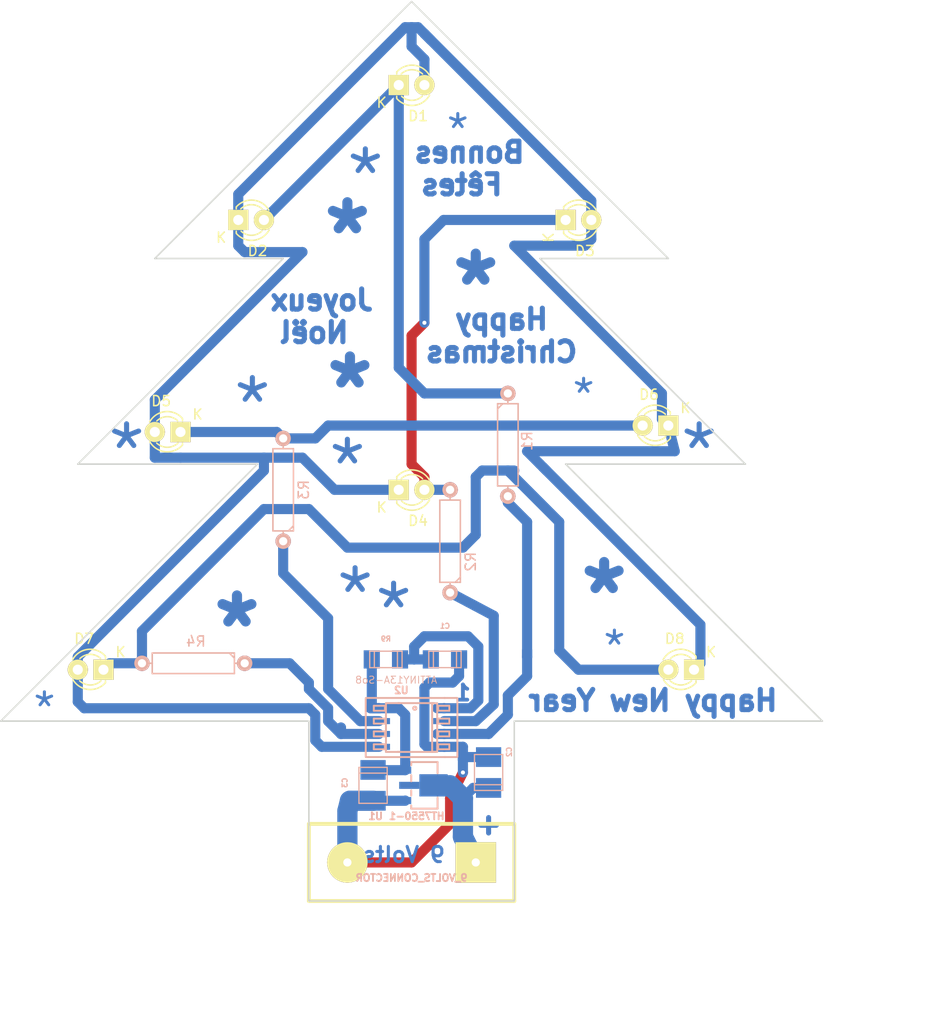
<source format=kicad_pcb>
(kicad_pcb (version 4) (host pcbnew 4.0.1-stable)

  (general
    (links 33)
    (no_connects 1)
    (area 65.964999 32.944999 162.94 136.045705)
    (thickness 1.6)
    (drawings 42)
    (tracks 161)
    (zones 0)
    (modules 19)
    (nets 14)
  )

  (page A4)
  (layers
    (0 F.Cu signal)
    (31 B.Cu signal)
    (32 B.Adhes user)
    (33 F.Adhes user)
    (34 B.Paste user)
    (35 F.Paste user)
    (36 B.SilkS user)
    (37 F.SilkS user)
    (38 B.Mask user)
    (39 F.Mask user)
    (40 Dwgs.User user)
    (41 Cmts.User user)
    (42 Eco1.User user)
    (43 Eco2.User user)
    (44 Edge.Cuts user)
    (45 Margin user)
    (46 B.CrtYd user)
    (47 F.CrtYd user)
    (48 B.Fab user)
    (49 F.Fab user)
  )

  (setup
    (last_trace_width 0.25)
    (user_trace_width 0.5)
    (user_trace_width 0.6)
    (user_trace_width 0.8)
    (user_trace_width 1)
    (user_trace_width 2)
    (trace_clearance 0.2)
    (zone_clearance 0.508)
    (zone_45_only no)
    (trace_min 0.2)
    (segment_width 0.2)
    (edge_width 0.15)
    (via_size 0.6)
    (via_drill 0.4)
    (via_min_size 0.4)
    (via_min_drill 0.3)
    (uvia_size 0.3)
    (uvia_drill 0.1)
    (uvias_allowed no)
    (uvia_min_size 0.2)
    (uvia_min_drill 0.1)
    (pcb_text_width 0.3)
    (pcb_text_size 1.5 1.5)
    (mod_edge_width 0.15)
    (mod_text_size 1 1)
    (mod_text_width 0.15)
    (pad_size 1.524 1.524)
    (pad_drill 0.762)
    (pad_to_mask_clearance 0.2)
    (aux_axis_origin 0 0)
    (visible_elements 7FFFFFFF)
    (pcbplotparams
      (layerselection 0x010ff_80000001)
      (usegerberextensions true)
      (excludeedgelayer true)
      (linewidth 0.100000)
      (plotframeref false)
      (viasonmask false)
      (mode 1)
      (useauxorigin false)
      (hpglpennumber 1)
      (hpglpenspeed 20)
      (hpglpendiameter 15)
      (hpglpenoverlay 2)
      (psnegative false)
      (psa4output false)
      (plotreference true)
      (plotvalue true)
      (plotinvisibletext false)
      (padsonsilk false)
      (subtractmaskfromsilk false)
      (outputformat 1)
      (mirror false)
      (drillshape 0)
      (scaleselection 1)
      (outputdirectory ""))
  )

  (net 0 "")
  (net 1 GND)
  (net 2 "Net-(C1-Pad2)")
  (net 3 "Net-(D1-Pad2)")
  (net 4 "Net-(D1-Pad1)")
  (net 5 "Net-(D3-Pad1)")
  (net 6 "Net-(D5-Pad1)")
  (net 7 "Net-(D7-Pad1)")
  (net 8 "Net-(IC1-Pad2)")
  (net 9 "Net-(IC1-Pad3)")
  (net 10 "Net-(IC1-Pad6)")
  (net 11 "Net-(IC1-Pad7)")
  (net 12 "Net-(C2-Pad1)")
  (net 13 "Net-(C3-Pad1)")

  (net_class Default "Ceci est la Netclass par défaut"
    (clearance 0.2)
    (trace_width 0.25)
    (via_dia 0.6)
    (via_drill 0.4)
    (uvia_dia 0.3)
    (uvia_drill 0.1)
    (add_net GND)
    (add_net "Net-(C1-Pad2)")
    (add_net "Net-(C2-Pad1)")
    (add_net "Net-(C3-Pad1)")
    (add_net "Net-(D1-Pad1)")
    (add_net "Net-(D1-Pad2)")
    (add_net "Net-(D3-Pad1)")
    (add_net "Net-(D5-Pad1)")
    (add_net "Net-(D7-Pad1)")
    (add_net "Net-(IC1-Pad2)")
    (add_net "Net-(IC1-Pad3)")
    (add_net "Net-(IC1-Pad6)")
    (add_net "Net-(IC1-Pad7)")
  )

  (module ATtiny13:ATtiny13 (layer B.Cu) (tedit 5639271B) (tstamp 563526F5)
    (at 106.045 104.775 270)
    (descr "SMALL OUTLINE INTEGRATED CIRCUIT")
    (tags "SMALL OUTLINE INTEGRATED CIRCUIT")
    (path /52BED7E9)
    (attr smd)
    (fp_text reference "" (at -3.81 1.27 360) (layer B.SilkS)
      (effects (font (size 1 1) (thickness 0.0889)) (justify mirror))
    )
    (fp_text value ATTINY13A-So8 (at -4.699 0.889 360) (layer B.SilkS)
      (effects (font (size 0.7 0.7) (thickness 0.0889)) (justify mirror))
    )
    (fp_line (start -2.921 -3.937) (end -2.921 3.8735) (layer B.SilkS) (width 0.1905))
    (fp_line (start 2.921 -4.0005) (end 2.921 3.8735) (layer B.SilkS) (width 0.1905))
    (fp_line (start -2.921 -3.8735) (end -2.921 -5.1435) (layer B.SilkS) (width 0.1905))
    (fp_line (start 2.921 -3.8735) (end 2.921 -5.1435) (layer B.SilkS) (width 0.1905))
    (fp_line (start -2.413 0.6985) (end -2.413 -2.8575) (layer B.SilkS) (width 0.1905))
    (fp_line (start 2.413 0.762) (end 2.413 -3.048) (layer B.SilkS) (width 0.1905))
    (fp_line (start -2.413 0.5715) (end -2.413 1.905) (layer B.SilkS) (width 0.1905))
    (fp_line (start 2.413 0.5715) (end 2.413 1.905) (layer B.SilkS) (width 0.1905))
    (fp_line (start -2.14884 -4.3688) (end -1.65862 -4.3688) (layer B.SilkS) (width 0.1905))
    (fp_line (start -1.65862 -4.3688) (end -1.65862 -3.26898) (layer B.SilkS) (width 0.1905))
    (fp_line (start -2.14884 -3.26898) (end -1.65862 -3.26898) (layer B.SilkS) (width 0.1905))
    (fp_line (start -2.14884 -4.3688) (end -2.14884 -3.26898) (layer B.SilkS) (width 0.1905))
    (fp_line (start -0.87884 -4.3688) (end -0.38862 -4.3688) (layer B.SilkS) (width 0.1905))
    (fp_line (start -0.38862 -4.3688) (end -0.38862 -3.26898) (layer B.SilkS) (width 0.1905))
    (fp_line (start -0.87884 -3.26898) (end -0.38862 -3.26898) (layer B.SilkS) (width 0.1905))
    (fp_line (start -0.87884 -4.3688) (end -0.87884 -3.26898) (layer B.SilkS) (width 0.1905))
    (fp_line (start 0.38862 -4.3688) (end 0.87884 -4.3688) (layer B.SilkS) (width 0.1905))
    (fp_line (start 0.87884 -4.3688) (end 0.87884 -3.26898) (layer B.SilkS) (width 0.1905))
    (fp_line (start 0.38862 -3.26898) (end 0.87884 -3.26898) (layer B.SilkS) (width 0.1905))
    (fp_line (start 0.38862 -4.3688) (end 0.38862 -3.26898) (layer B.SilkS) (width 0.1905))
    (fp_line (start 1.65862 -4.3688) (end 2.14884 -4.3688) (layer B.SilkS) (width 0.1905))
    (fp_line (start 2.14884 -4.3688) (end 2.14884 -3.26898) (layer B.SilkS) (width 0.1905))
    (fp_line (start 1.65862 -3.26898) (end 2.14884 -3.26898) (layer B.SilkS) (width 0.1905))
    (fp_line (start 1.65862 -4.3688) (end 1.65862 -3.26898) (layer B.SilkS) (width 0.1905))
    (fp_line (start 1.65862 1.99898) (end 2.14884 1.99898) (layer B.SilkS) (width 0.1905))
    (fp_line (start 2.14884 1.99898) (end 2.14884 3.0988) (layer B.SilkS) (width 0.1905))
    (fp_line (start 1.65862 3.0988) (end 2.14884 3.0988) (layer B.SilkS) (width 0.1905))
    (fp_line (start 1.65862 1.99898) (end 1.65862 3.0988) (layer B.SilkS) (width 0.1905))
    (fp_line (start 0.38862 1.99898) (end 0.87884 1.99898) (layer B.SilkS) (width 0.1905))
    (fp_line (start 0.87884 1.99898) (end 0.87884 3.0988) (layer B.SilkS) (width 0.1905))
    (fp_line (start 0.38862 3.0988) (end 0.87884 3.0988) (layer B.SilkS) (width 0.1905))
    (fp_line (start 0.38862 1.99898) (end 0.38862 3.0988) (layer B.SilkS) (width 0.1905))
    (fp_line (start -0.87884 1.99898) (end -0.38862 1.99898) (layer B.SilkS) (width 0.1905))
    (fp_line (start -0.38862 1.99898) (end -0.38862 3.0988) (layer B.SilkS) (width 0.1905))
    (fp_line (start -0.87884 3.0988) (end -0.38862 3.0988) (layer B.SilkS) (width 0.1905))
    (fp_line (start -0.87884 1.99898) (end -0.87884 3.0988) (layer B.SilkS) (width 0.1905))
    (fp_line (start -2.14884 1.99898) (end -1.65862 1.99898) (layer B.SilkS) (width 0.1905))
    (fp_line (start -1.65862 1.99898) (end -1.65862 3.0988) (layer B.SilkS) (width 0.1905))
    (fp_line (start -2.14884 3.0988) (end -1.65862 3.0988) (layer B.SilkS) (width 0.1905))
    (fp_line (start -2.14884 1.99898) (end -2.14884 3.0988) (layer B.SilkS) (width 0.1905))
    (fp_line (start -2.89814 3.8989) (end 2.89814 3.8989) (layer B.SilkS) (width 0.1905))
    (fp_line (start 2.89814 -5.1689) (end -2.89814 -5.1689) (layer B.SilkS) (width 0.1905))
    (fp_line (start 2.39776 -2.66954) (end 2.39776 -3.16992) (layer B.SilkS) (width 0.1905))
    (fp_line (start 2.39776 -3.16992) (end -2.39776 -3.16992) (layer B.SilkS) (width 0.1905))
    (fp_line (start -2.39776 -3.16992) (end -2.39776 -2.66954) (layer B.SilkS) (width 0.1905))
    (fp_line (start -2.39776 1.89992) (end 2.39776 1.89992) (layer B.SilkS) (width 0.1905))
    (fp_line (start 2.39776 -2.66954) (end -2.39776 -2.66954) (layer B.SilkS) (width 0.1905))
    (fp_circle (center -1.905 -0.9525) (end -2.01676 -1.06426) (layer B.SilkS) (width 0.1905))
    (pad 1 smd rect (at -1.905 -3.86842 270) (size 0.59944 2.19964) (layers B.Cu B.Paste B.Mask)
      (net 2 "Net-(C1-Pad2)"))
    (pad 2 smd rect (at -0.635 -3.86842 270) (size 0.59944 2.19964) (layers B.Cu B.Paste B.Mask)
      (net 8 "Net-(IC1-Pad2)"))
    (pad 3 smd rect (at 0.635 -3.86842 270) (size 0.59944 2.19964) (layers B.Cu B.Paste B.Mask)
      (net 9 "Net-(IC1-Pad3)"))
    (pad 4 smd rect (at 1.905 -3.86842 270) (size 0.59944 2.19964) (layers B.Cu B.Paste B.Mask)
      (net 1 GND))
    (pad 5 smd rect (at 1.905 2.59842 270) (size 0.59944 2.19964) (layers B.Cu B.Paste B.Mask)
      (net 3 "Net-(D1-Pad2)"))
    (pad 6 smd rect (at 0.635 2.59842 270) (size 0.59944 2.19964) (layers B.Cu B.Paste B.Mask)
      (net 10 "Net-(IC1-Pad6)"))
    (pad 7 smd rect (at -0.635 2.59842 270) (size 0.59944 2.19964) (layers B.Cu B.Paste B.Mask)
      (net 11 "Net-(IC1-Pad7)"))
    (pad 8 smd rect (at -1.905 2.59842 270) (size 0.59944 2.19964) (layers B.Cu B.Paste B.Mask)
      (net 13 "Net-(C3-Pad1)"))
    (model Walter-smd/smd_dil/so-8.wrl
      (at (xyz 0 0 0))
      (scale (xyz 1 1 1))
      (rotate (xyz 0 0 0))
    )
  )

  (module w_smd_resistors:r_1206 (layer B.Cu) (tedit 56392552) (tstamp 5635262E)
    (at 104.14 98.044)
    (descr "SMT resistor, 1206")
    (path /52CA7003)
    (fp_text reference R9 (at 0 -2.032) (layer B.SilkS)
      (effects (font (size 0.50038 0.50038) (thickness 0.11938)) (justify mirror))
    )
    (fp_text value 10K (at 0 -1.27) (layer B.SilkS) hide
      (effects (font (size 0.50038 0.50038) (thickness 0.11938)) (justify mirror))
    )
    (fp_line (start 1.143 -0.8128) (end 1.143 0.8128) (layer B.SilkS) (width 0.127))
    (fp_line (start -1.143 0.8128) (end -1.143 -0.8128) (layer B.SilkS) (width 0.127))
    (fp_line (start -1.6002 0.8128) (end -1.6002 -0.8128) (layer B.SilkS) (width 0.127))
    (fp_line (start -1.6002 -0.8128) (end 1.6002 -0.8128) (layer B.SilkS) (width 0.127))
    (fp_line (start 1.6002 -0.8128) (end 1.6002 0.8128) (layer B.SilkS) (width 0.127))
    (fp_line (start 1.6002 0.8128) (end -1.6002 0.8128) (layer B.SilkS) (width 0.127))
    (pad 1 smd rect (at 1.397 0) (size 1.6002 1.8034) (layers B.Cu B.Paste B.Mask)
      (net 2 "Net-(C1-Pad2)"))
    (pad 2 smd rect (at -1.397 0) (size 1.6002 1.8034) (layers B.Cu B.Paste B.Mask)
      (net 13 "Net-(C3-Pad1)"))
    (model walter/smd_resistors/r_1206.wrl
      (at (xyz 0 0 0))
      (scale (xyz 1 1 1))
      (rotate (xyz 0 0 0))
    )
  )

  (module w_smd_cap:c_1206 (layer B.Cu) (tedit 5639255A) (tstamp 563526C3)
    (at 109.982 98.044)
    (descr "SMT capacitor, 1206")
    (path /52CA702D)
    (fp_text reference C1 (at 0 -3.302) (layer B.SilkS)
      (effects (font (size 0.50038 0.50038) (thickness 0.11938)) (justify mirror))
    )
    (fp_text value 100nF (at 0 -1.27) (layer B.SilkS) hide
      (effects (font (size 0.50038 0.50038) (thickness 0.11938)) (justify mirror))
    )
    (fp_line (start 1.143 -0.8128) (end 1.143 0.8128) (layer B.SilkS) (width 0.127))
    (fp_line (start -1.143 0.8128) (end -1.143 -0.8128) (layer B.SilkS) (width 0.127))
    (fp_line (start -1.6002 0.8128) (end -1.6002 -0.8128) (layer B.SilkS) (width 0.127))
    (fp_line (start -1.6002 -0.8128) (end 1.6002 -0.8128) (layer B.SilkS) (width 0.127))
    (fp_line (start 1.6002 -0.8128) (end 1.6002 0.8128) (layer B.SilkS) (width 0.127))
    (fp_line (start 1.6002 0.8128) (end -1.6002 0.8128) (layer B.SilkS) (width 0.127))
    (pad 1 smd rect (at 1.397 0) (size 1.6002 1.8034) (layers B.Cu B.Paste B.Mask)
      (net 1 GND))
    (pad 2 smd rect (at -1.397 0) (size 1.6002 1.8034) (layers B.Cu B.Paste B.Mask)
      (net 2 "Net-(C1-Pad2)"))
    (model walter/smd_cap/c_1206.wrl
      (at (xyz 0 0 0))
      (scale (xyz 1 1 1))
      (rotate (xyz 0 0 0))
    )
  )

  (module w_smd_cap:c_tant_B (layer B.Cu) (tedit 5639255E) (tstamp 563526C8)
    (at 114.3 109.22 270)
    (descr "SMT capacitor, tantalum size B")
    (path /5324BB78)
    (fp_text reference C2 (at -2.032 -2.032 270) (layer B.SilkS)
      (effects (font (size 0.50038 0.50038) (thickness 0.11938)) (justify mirror))
    )
    (fp_text value 10uF (at 0 -1.9685 270) (layer B.SilkS) hide
      (effects (font (size 0.50038 0.50038) (thickness 0.11938)) (justify mirror))
    )
    (fp_line (start 1.2065 1.397) (end 1.2065 -1.397) (layer B.SilkS) (width 0.127))
    (fp_line (start 1.778 1.397) (end -1.778 1.397) (layer B.SilkS) (width 0.127))
    (fp_line (start -1.778 1.397) (end -1.778 -1.397) (layer B.SilkS) (width 0.127))
    (fp_line (start -1.778 -1.397) (end 1.778 -1.397) (layer B.SilkS) (width 0.127))
    (fp_line (start 1.778 -1.397) (end 1.778 1.397) (layer B.SilkS) (width 0.127))
    (pad 1 smd rect (at 1.524 0 270) (size 1.95072 2.49936) (layers B.Cu B.Paste B.Mask)
      (net 12 "Net-(C2-Pad1)"))
    (pad 2 smd rect (at -1.524 0 270) (size 1.95072 2.49936) (layers B.Cu B.Paste B.Mask)
      (net 1 GND))
    (model walter/smd_cap/c_tant_B.wrl
      (at (xyz 0 0 0))
      (scale (xyz 1 1 1))
      (rotate (xyz 0 0 0))
    )
  )

  (module LEDs:LED-3MM (layer F.Cu) (tedit 559B82F6) (tstamp 563526CD)
    (at 105.41 41.275)
    (descr "LED 3mm round vertical")
    (tags "LED  3mm round vertical")
    (path /52C9CCA2)
    (fp_text reference D1 (at 1.91 3.06) (layer F.SilkS)
      (effects (font (size 1 1) (thickness 0.15)))
    )
    (fp_text value LED (at 1.3 -2.9) (layer F.Fab)
      (effects (font (size 1 1) (thickness 0.15)))
    )
    (fp_line (start -1.2 2.3) (end 3.8 2.3) (layer F.CrtYd) (width 0.05))
    (fp_line (start 3.8 2.3) (end 3.8 -2.2) (layer F.CrtYd) (width 0.05))
    (fp_line (start 3.8 -2.2) (end -1.2 -2.2) (layer F.CrtYd) (width 0.05))
    (fp_line (start -1.2 -2.2) (end -1.2 2.3) (layer F.CrtYd) (width 0.05))
    (fp_line (start -0.199 1.314) (end -0.199 1.114) (layer F.SilkS) (width 0.15))
    (fp_line (start -0.199 -1.28) (end -0.199 -1.1) (layer F.SilkS) (width 0.15))
    (fp_arc (start 1.301 0.034) (end -0.199 -1.286) (angle 108.5) (layer F.SilkS) (width 0.15))
    (fp_arc (start 1.301 0.034) (end 0.25 -1.1) (angle 85.7) (layer F.SilkS) (width 0.15))
    (fp_arc (start 1.311 0.034) (end 3.051 0.994) (angle 110) (layer F.SilkS) (width 0.15))
    (fp_arc (start 1.301 0.034) (end 2.335 1.094) (angle 87.5) (layer F.SilkS) (width 0.15))
    (fp_text user K (at -1.69 1.74) (layer F.SilkS)
      (effects (font (size 1 1) (thickness 0.15)))
    )
    (pad 1 thru_hole rect (at 0 0 90) (size 2 2) (drill 1.00076) (layers *.Cu *.Mask F.SilkS)
      (net 4 "Net-(D1-Pad1)"))
    (pad 2 thru_hole circle (at 2.54 0) (size 2 2) (drill 1.00076) (layers *.Cu *.Mask F.SilkS)
      (net 3 "Net-(D1-Pad2)"))
    (model LED-&-7-Segments/led_3mm_clear.wrl
      (at (xyz 0.05 0 0))
      (scale (xyz 1 1 1))
      (rotate (xyz 0 0 90))
    )
  )

  (module LEDs:LED-3MM (layer F.Cu) (tedit 559B82F6) (tstamp 563526D2)
    (at 89.535 54.61)
    (descr "LED 3mm round vertical")
    (tags "LED  3mm round vertical")
    (path /52C9CD5B)
    (fp_text reference D2 (at 1.91 3.06) (layer F.SilkS)
      (effects (font (size 1 1) (thickness 0.15)))
    )
    (fp_text value LED (at 1.3 -2.9) (layer F.Fab)
      (effects (font (size 1 1) (thickness 0.15)))
    )
    (fp_line (start -1.2 2.3) (end 3.8 2.3) (layer F.CrtYd) (width 0.05))
    (fp_line (start 3.8 2.3) (end 3.8 -2.2) (layer F.CrtYd) (width 0.05))
    (fp_line (start 3.8 -2.2) (end -1.2 -2.2) (layer F.CrtYd) (width 0.05))
    (fp_line (start -1.2 -2.2) (end -1.2 2.3) (layer F.CrtYd) (width 0.05))
    (fp_line (start -0.199 1.314) (end -0.199 1.114) (layer F.SilkS) (width 0.15))
    (fp_line (start -0.199 -1.28) (end -0.199 -1.1) (layer F.SilkS) (width 0.15))
    (fp_arc (start 1.301 0.034) (end -0.199 -1.286) (angle 108.5) (layer F.SilkS) (width 0.15))
    (fp_arc (start 1.301 0.034) (end 0.25 -1.1) (angle 85.7) (layer F.SilkS) (width 0.15))
    (fp_arc (start 1.311 0.034) (end 3.051 0.994) (angle 110) (layer F.SilkS) (width 0.15))
    (fp_arc (start 1.301 0.034) (end 2.335 1.094) (angle 87.5) (layer F.SilkS) (width 0.15))
    (fp_text user K (at -1.69 1.74) (layer F.SilkS)
      (effects (font (size 1 1) (thickness 0.15)))
    )
    (pad 1 thru_hole rect (at 0 0 90) (size 2 2) (drill 1.00076) (layers *.Cu *.Mask F.SilkS)
      (net 3 "Net-(D1-Pad2)"))
    (pad 2 thru_hole circle (at 2.54 0) (size 2 2) (drill 1.00076) (layers *.Cu *.Mask F.SilkS)
      (net 4 "Net-(D1-Pad1)"))
    (model LED-&-7-Segments/led_3mm_green.wrl
      (at (xyz 0.05 0 0))
      (scale (xyz 1 1 1))
      (rotate (xyz 0 0 90))
    )
  )

  (module LEDs:LED-3MM (layer F.Cu) (tedit 5636768C) (tstamp 563526D7)
    (at 121.92 54.61)
    (descr "LED 3mm round vertical")
    (tags "LED  3mm round vertical")
    (path /52C9CCE6)
    (fp_text reference D3 (at 1.91 3.06) (layer F.SilkS)
      (effects (font (size 1 1) (thickness 0.15)))
    )
    (fp_text value LED (at 1.3 -2.9) (layer F.Fab)
      (effects (font (size 1 1) (thickness 0.15)))
    )
    (fp_line (start -1.2 2.3) (end 3.8 2.3) (layer F.CrtYd) (width 0.05))
    (fp_line (start 3.8 2.3) (end 3.8 -2.2) (layer F.CrtYd) (width 0.05))
    (fp_line (start 3.8 -2.2) (end -1.2 -2.2) (layer F.CrtYd) (width 0.05))
    (fp_line (start -1.2 -2.2) (end -1.2 2.3) (layer F.CrtYd) (width 0.05))
    (fp_line (start -0.199 1.314) (end -0.199 1.114) (layer F.SilkS) (width 0.15))
    (fp_line (start -0.199 -1.28) (end -0.199 -1.1) (layer F.SilkS) (width 0.15))
    (fp_arc (start 1.301 0.034) (end -0.199 -1.286) (angle 108.5) (layer F.SilkS) (width 0.15))
    (fp_arc (start 1.301 0.034) (end 0.25 -1.1) (angle 85.7) (layer F.SilkS) (width 0.15))
    (fp_arc (start 1.311 0.034) (end 3.051 0.994) (angle 110) (layer F.SilkS) (width 0.15))
    (fp_arc (start 1.301 0.034) (end 2.335 1.094) (angle 87.5) (layer F.SilkS) (width 0.15))
    (fp_text user K (at -1.69 1.74 90) (layer F.SilkS)
      (effects (font (size 1 1) (thickness 0.15)))
    )
    (pad 1 thru_hole rect (at 0 0 90) (size 2 2) (drill 1.00076) (layers *.Cu *.Mask F.SilkS)
      (net 5 "Net-(D3-Pad1)"))
    (pad 2 thru_hole circle (at 2.54 0) (size 2 2) (drill 1.00076) (layers *.Cu *.Mask F.SilkS)
      (net 3 "Net-(D1-Pad2)"))
    (model LED-&-7-Segments/led_3mm_green.wrl
      (at (xyz 0.05 0 0))
      (scale (xyz 1 1 1))
      (rotate (xyz 0 0 90))
    )
  )

  (module LEDs:LED-3MM (layer F.Cu) (tedit 559B82F6) (tstamp 563526DC)
    (at 105.41 81.28)
    (descr "LED 3mm round vertical")
    (tags "LED  3mm round vertical")
    (path /52C9CD55)
    (fp_text reference D4 (at 1.91 3.06) (layer F.SilkS)
      (effects (font (size 1 1) (thickness 0.15)))
    )
    (fp_text value LED (at 1.3 -2.9) (layer F.Fab)
      (effects (font (size 1 1) (thickness 0.15)))
    )
    (fp_line (start -1.2 2.3) (end 3.8 2.3) (layer F.CrtYd) (width 0.05))
    (fp_line (start 3.8 2.3) (end 3.8 -2.2) (layer F.CrtYd) (width 0.05))
    (fp_line (start 3.8 -2.2) (end -1.2 -2.2) (layer F.CrtYd) (width 0.05))
    (fp_line (start -1.2 -2.2) (end -1.2 2.3) (layer F.CrtYd) (width 0.05))
    (fp_line (start -0.199 1.314) (end -0.199 1.114) (layer F.SilkS) (width 0.15))
    (fp_line (start -0.199 -1.28) (end -0.199 -1.1) (layer F.SilkS) (width 0.15))
    (fp_arc (start 1.301 0.034) (end -0.199 -1.286) (angle 108.5) (layer F.SilkS) (width 0.15))
    (fp_arc (start 1.301 0.034) (end 0.25 -1.1) (angle 85.7) (layer F.SilkS) (width 0.15))
    (fp_arc (start 1.311 0.034) (end 3.051 0.994) (angle 110) (layer F.SilkS) (width 0.15))
    (fp_arc (start 1.301 0.034) (end 2.335 1.094) (angle 87.5) (layer F.SilkS) (width 0.15))
    (fp_text user K (at -1.69 1.74) (layer F.SilkS)
      (effects (font (size 1 1) (thickness 0.15)))
    )
    (pad 1 thru_hole rect (at 0 0 90) (size 2 2) (drill 1.00076) (layers *.Cu *.Mask F.SilkS)
      (net 3 "Net-(D1-Pad2)"))
    (pad 2 thru_hole circle (at 2.54 0) (size 2 2) (drill 1.00076) (layers *.Cu *.Mask F.SilkS)
      (net 5 "Net-(D3-Pad1)"))
    (model LED-&-7-Segments/led_3mm_blue.wrl
      (at (xyz 0.05 0 0))
      (scale (xyz 1 1 1))
      (rotate (xyz 0 0 90))
    )
  )

  (module LEDs:LED-3MM (layer F.Cu) (tedit 559B82F6) (tstamp 563526E1)
    (at 83.82 75.565 180)
    (descr "LED 3mm round vertical")
    (tags "LED  3mm round vertical")
    (path /52C9CC13)
    (fp_text reference D5 (at 1.91 3.06 180) (layer F.SilkS)
      (effects (font (size 1 1) (thickness 0.15)))
    )
    (fp_text value LED (at 1.3 -2.9 180) (layer F.Fab)
      (effects (font (size 1 1) (thickness 0.15)))
    )
    (fp_line (start -1.2 2.3) (end 3.8 2.3) (layer F.CrtYd) (width 0.05))
    (fp_line (start 3.8 2.3) (end 3.8 -2.2) (layer F.CrtYd) (width 0.05))
    (fp_line (start 3.8 -2.2) (end -1.2 -2.2) (layer F.CrtYd) (width 0.05))
    (fp_line (start -1.2 -2.2) (end -1.2 2.3) (layer F.CrtYd) (width 0.05))
    (fp_line (start -0.199 1.314) (end -0.199 1.114) (layer F.SilkS) (width 0.15))
    (fp_line (start -0.199 -1.28) (end -0.199 -1.1) (layer F.SilkS) (width 0.15))
    (fp_arc (start 1.301 0.034) (end -0.199 -1.286) (angle 108.5) (layer F.SilkS) (width 0.15))
    (fp_arc (start 1.301 0.034) (end 0.25 -1.1) (angle 85.7) (layer F.SilkS) (width 0.15))
    (fp_arc (start 1.311 0.034) (end 3.051 0.994) (angle 110) (layer F.SilkS) (width 0.15))
    (fp_arc (start 1.301 0.034) (end 2.335 1.094) (angle 87.5) (layer F.SilkS) (width 0.15))
    (fp_text user K (at -1.69 1.74 180) (layer F.SilkS)
      (effects (font (size 1 1) (thickness 0.15)))
    )
    (pad 1 thru_hole rect (at 0 0 270) (size 2 2) (drill 1.00076) (layers *.Cu *.Mask F.SilkS)
      (net 6 "Net-(D5-Pad1)"))
    (pad 2 thru_hole circle (at 2.54 0 180) (size 2 2) (drill 1.00076) (layers *.Cu *.Mask F.SilkS)
      (net 3 "Net-(D1-Pad2)"))
    (model LED-&-7-Segments/led_3mm_yellow.wrl
      (at (xyz 0.05 0 0))
      (scale (xyz 1 1 1))
      (rotate (xyz 0 0 90))
    )
  )

  (module LEDs:LED-3MM (layer F.Cu) (tedit 559B82F6) (tstamp 563526E6)
    (at 132.08 74.93 180)
    (descr "LED 3mm round vertical")
    (tags "LED  3mm round vertical")
    (path /52C9CD99)
    (fp_text reference D6 (at 1.91 3.06 180) (layer F.SilkS)
      (effects (font (size 1 1) (thickness 0.15)))
    )
    (fp_text value LED (at 1.3 -2.9 180) (layer F.Fab)
      (effects (font (size 1 1) (thickness 0.15)))
    )
    (fp_line (start -1.2 2.3) (end 3.8 2.3) (layer F.CrtYd) (width 0.05))
    (fp_line (start 3.8 2.3) (end 3.8 -2.2) (layer F.CrtYd) (width 0.05))
    (fp_line (start 3.8 -2.2) (end -1.2 -2.2) (layer F.CrtYd) (width 0.05))
    (fp_line (start -1.2 -2.2) (end -1.2 2.3) (layer F.CrtYd) (width 0.05))
    (fp_line (start -0.199 1.314) (end -0.199 1.114) (layer F.SilkS) (width 0.15))
    (fp_line (start -0.199 -1.28) (end -0.199 -1.1) (layer F.SilkS) (width 0.15))
    (fp_arc (start 1.301 0.034) (end -0.199 -1.286) (angle 108.5) (layer F.SilkS) (width 0.15))
    (fp_arc (start 1.301 0.034) (end 0.25 -1.1) (angle 85.7) (layer F.SilkS) (width 0.15))
    (fp_arc (start 1.311 0.034) (end 3.051 0.994) (angle 110) (layer F.SilkS) (width 0.15))
    (fp_arc (start 1.301 0.034) (end 2.335 1.094) (angle 87.5) (layer F.SilkS) (width 0.15))
    (fp_text user K (at -1.69 1.74 180) (layer F.SilkS)
      (effects (font (size 1 1) (thickness 0.15)))
    )
    (pad 1 thru_hole rect (at 0 0 270) (size 2 2) (drill 1.00076) (layers *.Cu *.Mask F.SilkS)
      (net 3 "Net-(D1-Pad2)"))
    (pad 2 thru_hole circle (at 2.54 0 180) (size 2 2) (drill 1.00076) (layers *.Cu *.Mask F.SilkS)
      (net 6 "Net-(D5-Pad1)"))
    (model LED-&-7-Segments/led_3mm_yellow.wrl
      (at (xyz 0.05 0 0))
      (scale (xyz 1 1 1))
      (rotate (xyz 0 0 90))
    )
  )

  (module LEDs:LED-3MM (layer F.Cu) (tedit 559B82F6) (tstamp 563526EB)
    (at 76.2 99.06 180)
    (descr "LED 3mm round vertical")
    (tags "LED  3mm round vertical")
    (path /52C9CCE0)
    (fp_text reference D7 (at 1.91 3.06 180) (layer F.SilkS)
      (effects (font (size 1 1) (thickness 0.15)))
    )
    (fp_text value LED (at 1.3 -2.9 180) (layer F.Fab)
      (effects (font (size 1 1) (thickness 0.15)))
    )
    (fp_line (start -1.2 2.3) (end 3.8 2.3) (layer F.CrtYd) (width 0.05))
    (fp_line (start 3.8 2.3) (end 3.8 -2.2) (layer F.CrtYd) (width 0.05))
    (fp_line (start 3.8 -2.2) (end -1.2 -2.2) (layer F.CrtYd) (width 0.05))
    (fp_line (start -1.2 -2.2) (end -1.2 2.3) (layer F.CrtYd) (width 0.05))
    (fp_line (start -0.199 1.314) (end -0.199 1.114) (layer F.SilkS) (width 0.15))
    (fp_line (start -0.199 -1.28) (end -0.199 -1.1) (layer F.SilkS) (width 0.15))
    (fp_arc (start 1.301 0.034) (end -0.199 -1.286) (angle 108.5) (layer F.SilkS) (width 0.15))
    (fp_arc (start 1.301 0.034) (end 0.25 -1.1) (angle 85.7) (layer F.SilkS) (width 0.15))
    (fp_arc (start 1.311 0.034) (end 3.051 0.994) (angle 110) (layer F.SilkS) (width 0.15))
    (fp_arc (start 1.301 0.034) (end 2.335 1.094) (angle 87.5) (layer F.SilkS) (width 0.15))
    (fp_text user K (at -1.69 1.74 180) (layer F.SilkS)
      (effects (font (size 1 1) (thickness 0.15)))
    )
    (pad 1 thru_hole rect (at 0 0 270) (size 2 2) (drill 1.00076) (layers *.Cu *.Mask F.SilkS)
      (net 7 "Net-(D7-Pad1)"))
    (pad 2 thru_hole circle (at 2.54 0 180) (size 2 2) (drill 1.00076) (layers *.Cu *.Mask F.SilkS)
      (net 3 "Net-(D1-Pad2)"))
    (model LED-&-7-Segments/led_3mm_red.wrl
      (at (xyz 0.05 0 0))
      (scale (xyz 1 1 1))
      (rotate (xyz 0 0 90))
    )
  )

  (module LEDs:LED-3MM (layer F.Cu) (tedit 559B82F6) (tstamp 563526F0)
    (at 134.62 99.06 180)
    (descr "LED 3mm round vertical")
    (tags "LED  3mm round vertical")
    (path /52C9CD93)
    (fp_text reference D8 (at 1.91 3.06 180) (layer F.SilkS)
      (effects (font (size 1 1) (thickness 0.15)))
    )
    (fp_text value LED (at 1.3 -2.9 180) (layer F.Fab)
      (effects (font (size 1 1) (thickness 0.15)))
    )
    (fp_line (start -1.2 2.3) (end 3.8 2.3) (layer F.CrtYd) (width 0.05))
    (fp_line (start 3.8 2.3) (end 3.8 -2.2) (layer F.CrtYd) (width 0.05))
    (fp_line (start 3.8 -2.2) (end -1.2 -2.2) (layer F.CrtYd) (width 0.05))
    (fp_line (start -1.2 -2.2) (end -1.2 2.3) (layer F.CrtYd) (width 0.05))
    (fp_line (start -0.199 1.314) (end -0.199 1.114) (layer F.SilkS) (width 0.15))
    (fp_line (start -0.199 -1.28) (end -0.199 -1.1) (layer F.SilkS) (width 0.15))
    (fp_arc (start 1.301 0.034) (end -0.199 -1.286) (angle 108.5) (layer F.SilkS) (width 0.15))
    (fp_arc (start 1.301 0.034) (end 0.25 -1.1) (angle 85.7) (layer F.SilkS) (width 0.15))
    (fp_arc (start 1.311 0.034) (end 3.051 0.994) (angle 110) (layer F.SilkS) (width 0.15))
    (fp_arc (start 1.301 0.034) (end 2.335 1.094) (angle 87.5) (layer F.SilkS) (width 0.15))
    (fp_text user K (at -1.69 1.74 180) (layer F.SilkS)
      (effects (font (size 1 1) (thickness 0.15)))
    )
    (pad 1 thru_hole rect (at 0 0 270) (size 2 2) (drill 1.00076) (layers *.Cu *.Mask F.SilkS)
      (net 3 "Net-(D1-Pad2)"))
    (pad 2 thru_hole circle (at 2.54 0 180) (size 2 2) (drill 1.00076) (layers *.Cu *.Mask F.SilkS)
      (net 7 "Net-(D7-Pad1)"))
    (model LED-&-7-Segments/led_3mm_red.wrl
      (at (xyz 0.05 0 0))
      (scale (xyz 1 1 1))
      (rotate (xyz 0 0 90))
    )
  )

  (module Discret:R4 (layer B.Cu) (tedit 5639251C) (tstamp 563680DC)
    (at 116.205 76.835 270)
    (descr "Resitance 4 pas")
    (tags R)
    (path /53B81C3F)
    (fp_text reference R1 (at -0.381 -1.905 270) (layer B.SilkS)
      (effects (font (size 1 1) (thickness 0.15)) (justify mirror))
    )
    (fp_text value 150R (at 0 0 270) (layer B.Fab)
      (effects (font (size 1 1) (thickness 0.15)) (justify mirror))
    )
    (fp_line (start -5.08 0) (end -4.064 0) (layer B.SilkS) (width 0.15))
    (fp_line (start -4.064 0) (end -4.064 1.016) (layer B.SilkS) (width 0.15))
    (fp_line (start -4.064 1.016) (end 4.064 1.016) (layer B.SilkS) (width 0.15))
    (fp_line (start 4.064 1.016) (end 4.064 -1.016) (layer B.SilkS) (width 0.15))
    (fp_line (start 4.064 -1.016) (end -4.064 -1.016) (layer B.SilkS) (width 0.15))
    (fp_line (start -4.064 -1.016) (end -4.064 0) (layer B.SilkS) (width 0.15))
    (fp_line (start -4.064 0.508) (end -3.556 1.016) (layer B.SilkS) (width 0.15))
    (fp_line (start 5.08 0) (end 4.064 0) (layer B.SilkS) (width 0.15))
    (pad 1 thru_hole circle (at -5.08 0 270) (size 1.524 1.524) (drill 0.8128) (layers *.Cu *.Mask B.SilkS)
      (net 4 "Net-(D1-Pad1)"))
    (pad 2 thru_hole circle (at 5.08 0 270) (size 1.524 1.524) (drill 0.8128) (layers *.Cu *.Mask B.SilkS)
      (net 9 "Net-(IC1-Pad3)"))
    (model discret/resistors/horizontal/r_h_150Rmini.wrl
      (at (xyz 0 0 0))
      (scale (xyz 1 1 1))
      (rotate (xyz 0 0 0))
    )
  )

  (module Discret:R4 (layer B.Cu) (tedit 5639250C) (tstamp 563680E1)
    (at 110.49 86.36 90)
    (descr "Resitance 4 pas")
    (tags R)
    (path /52C9CD43)
    (fp_text reference R2 (at -2.032 2.032 90) (layer B.SilkS)
      (effects (font (size 1 1) (thickness 0.15)) (justify mirror))
    )
    (fp_text value 150R (at 0 0 90) (layer B.Fab)
      (effects (font (size 1 1) (thickness 0.15)) (justify mirror))
    )
    (fp_line (start -5.08 0) (end -4.064 0) (layer B.SilkS) (width 0.15))
    (fp_line (start -4.064 0) (end -4.064 1.016) (layer B.SilkS) (width 0.15))
    (fp_line (start -4.064 1.016) (end 4.064 1.016) (layer B.SilkS) (width 0.15))
    (fp_line (start 4.064 1.016) (end 4.064 -1.016) (layer B.SilkS) (width 0.15))
    (fp_line (start 4.064 -1.016) (end -4.064 -1.016) (layer B.SilkS) (width 0.15))
    (fp_line (start -4.064 -1.016) (end -4.064 0) (layer B.SilkS) (width 0.15))
    (fp_line (start -4.064 0.508) (end -3.556 1.016) (layer B.SilkS) (width 0.15))
    (fp_line (start 5.08 0) (end 4.064 0) (layer B.SilkS) (width 0.15))
    (pad 1 thru_hole circle (at -5.08 0 90) (size 1.524 1.524) (drill 0.8128) (layers *.Cu *.Mask B.SilkS)
      (net 8 "Net-(IC1-Pad2)"))
    (pad 2 thru_hole circle (at 5.08 0 90) (size 1.524 1.524) (drill 0.8128) (layers *.Cu *.Mask B.SilkS)
      (net 5 "Net-(D3-Pad1)"))
    (model discret/resistors/horizontal/r_h_150Rmini.wrl
      (at (xyz 0 0 0))
      (scale (xyz 1 1 1))
      (rotate (xyz 0 0 0))
    )
  )

  (module Discret:R4 (layer B.Cu) (tedit 563924F6) (tstamp 563680E6)
    (at 93.98 81.28 90)
    (descr "Resitance 4 pas")
    (tags R)
    (path /52C9CD9F)
    (fp_text reference R3 (at 0 2.032 90) (layer B.SilkS)
      (effects (font (size 1 1) (thickness 0.15)) (justify mirror))
    )
    (fp_text value 150R (at 0.254 0.254 90) (layer B.Fab)
      (effects (font (size 1 1) (thickness 0.15)) (justify mirror))
    )
    (fp_line (start -5.08 0) (end -4.064 0) (layer B.SilkS) (width 0.15))
    (fp_line (start -4.064 0) (end -4.064 1.016) (layer B.SilkS) (width 0.15))
    (fp_line (start -4.064 1.016) (end 4.064 1.016) (layer B.SilkS) (width 0.15))
    (fp_line (start 4.064 1.016) (end 4.064 -1.016) (layer B.SilkS) (width 0.15))
    (fp_line (start 4.064 -1.016) (end -4.064 -1.016) (layer B.SilkS) (width 0.15))
    (fp_line (start -4.064 -1.016) (end -4.064 0) (layer B.SilkS) (width 0.15))
    (fp_line (start -4.064 0.508) (end -3.556 1.016) (layer B.SilkS) (width 0.15))
    (fp_line (start 5.08 0) (end 4.064 0) (layer B.SilkS) (width 0.15))
    (pad 1 thru_hole circle (at -5.08 0 90) (size 1.524 1.524) (drill 0.8128) (layers *.Cu *.Mask B.SilkS)
      (net 11 "Net-(IC1-Pad7)"))
    (pad 2 thru_hole circle (at 5.08 0 90) (size 1.524 1.524) (drill 0.8128) (layers *.Cu *.Mask B.SilkS)
      (net 6 "Net-(D5-Pad1)"))
    (model discret/resistors/horizontal/r_h_150Rmini.wrl
      (at (xyz 0 0 0))
      (scale (xyz 1 1 1))
      (rotate (xyz 0 0 0))
    )
  )

  (module Discret:R4 (layer B.Cu) (tedit 5639252B) (tstamp 563680EB)
    (at 85.09 98.425 180)
    (descr "Resitance 4 pas")
    (tags R)
    (path /52C9CDA5)
    (fp_text reference R4 (at -0.254 2.159 180) (layer B.SilkS)
      (effects (font (size 1 1) (thickness 0.15)) (justify mirror))
    )
    (fp_text value 150R (at 0 0 180) (layer B.Fab)
      (effects (font (size 1 1) (thickness 0.15)) (justify mirror))
    )
    (fp_line (start -5.08 0) (end -4.064 0) (layer B.SilkS) (width 0.15))
    (fp_line (start -4.064 0) (end -4.064 1.016) (layer B.SilkS) (width 0.15))
    (fp_line (start -4.064 1.016) (end 4.064 1.016) (layer B.SilkS) (width 0.15))
    (fp_line (start 4.064 1.016) (end 4.064 -1.016) (layer B.SilkS) (width 0.15))
    (fp_line (start 4.064 -1.016) (end -4.064 -1.016) (layer B.SilkS) (width 0.15))
    (fp_line (start -4.064 -1.016) (end -4.064 0) (layer B.SilkS) (width 0.15))
    (fp_line (start -4.064 0.508) (end -3.556 1.016) (layer B.SilkS) (width 0.15))
    (fp_line (start 5.08 0) (end 4.064 0) (layer B.SilkS) (width 0.15))
    (pad 1 thru_hole circle (at -5.08 0 180) (size 1.524 1.524) (drill 0.8128) (layers *.Cu *.Mask B.SilkS)
      (net 10 "Net-(IC1-Pad6)"))
    (pad 2 thru_hole circle (at 5.08 0 180) (size 1.524 1.524) (drill 0.8128) (layers *.Cu *.Mask B.SilkS)
      (net 7 "Net-(D7-Pad1)"))
    (model discret/resistors/horizontal/r_h_150Rmini.wrl
      (at (xyz 0 0 0))
      (scale (xyz 1 1 1))
      (rotate (xyz 0 0 0))
    )
  )

  (module w_smd_cap:c_tant_B (layer B.Cu) (tedit 5639254E) (tstamp 5637E579)
    (at 102.87 110.49 90)
    (descr "SMT capacitor, tantalum size B")
    (path /5637FA22)
    (fp_text reference C3 (at 0.254 -2.794 90) (layer B.SilkS)
      (effects (font (size 0.50038 0.50038) (thickness 0.11938)) (justify mirror))
    )
    (fp_text value 10uF (at 0 -1.9685 90) (layer B.SilkS) hide
      (effects (font (size 0.50038 0.50038) (thickness 0.11938)) (justify mirror))
    )
    (fp_line (start 1.2065 1.397) (end 1.2065 -1.397) (layer B.SilkS) (width 0.127))
    (fp_line (start 1.778 1.397) (end -1.778 1.397) (layer B.SilkS) (width 0.127))
    (fp_line (start -1.778 1.397) (end -1.778 -1.397) (layer B.SilkS) (width 0.127))
    (fp_line (start -1.778 -1.397) (end 1.778 -1.397) (layer B.SilkS) (width 0.127))
    (fp_line (start 1.778 -1.397) (end 1.778 1.397) (layer B.SilkS) (width 0.127))
    (pad 1 smd rect (at 1.524 0 90) (size 1.95072 2.49936) (layers B.Cu B.Paste B.Mask)
      (net 13 "Net-(C3-Pad1)"))
    (pad 2 smd rect (at -1.524 0 90) (size 1.95072 2.49936) (layers B.Cu B.Paste B.Mask)
      (net 1 GND))
    (model walter/smd_cap/c_tant_B.wrl
      (at (xyz 0 0 0))
      (scale (xyz 1 1 1))
      (rotate (xyz 0 0 0))
    )
  )

  (module 9VConn:9VConn (layer F.Cu) (tedit 5749ABCF) (tstamp 5637E57F)
    (at 106.68 118.11)
    (path /5637C996)
    (fp_text reference U1 (at -3.556 -4.572) (layer B.SilkS)
      (effects (font (size 0.7 0.7) (thickness 0.175)) (justify mirror))
    )
    (fp_text value 9_VOLTS_CONNECTOR (at 0 1.524) (layer B.SilkS)
      (effects (font (size 0.7 0.7) (thickness 0.175)) (justify mirror))
    )
    (fp_line (start 10.16 -3.81) (end -10.16 -3.81) (layer F.SilkS) (width 0.381))
    (fp_line (start -10.16 -3.81) (end -10.16 3.81) (layer F.SilkS) (width 0.381))
    (fp_line (start -10.16 3.81) (end 10.16 3.81) (layer F.SilkS) (width 0.381))
    (fp_line (start 10.16 3.81) (end 10.16 -3.81) (layer F.SilkS) (width 0.381))
    (pad 1 thru_hole rect (at 6.35 0) (size 4.0005 4.0005) (drill 0.8128) (layers *.Cu *.Mask F.SilkS)
      (net 12 "Net-(C2-Pad1)"))
    (pad 2 thru_hole circle (at -6.35 0) (size 4.0005 4.0005) (drill 0.8128) (layers *.Cu *.Mask F.SilkS)
      (net 1 GND))
  )

  (module SOT89:SOT89 (layer B.Cu) (tedit 56392722) (tstamp 5637E587)
    (at 107.95 110.49 90)
    (path /5637EEC4)
    (fp_text reference U2 (at 9.398 -2.286 180) (layer B.SilkS)
      (effects (font (size 0.7 0.7) (thickness 0.175)) (justify mirror))
    )
    (fp_text value HT7550-1 (at -3.048 -0.762 180) (layer B.SilkS)
      (effects (font (size 0.7 0.7) (thickness 0.175)) (justify mirror))
    )
    (fp_line (start 1.99898 -1.30048) (end 2.30124 -1.30048) (layer B.SilkS) (width 0.1905))
    (fp_line (start 0.39878 -1.30048) (end 1.00076 -1.30048) (layer B.SilkS) (width 0.1905))
    (fp_line (start -1.00076 -1.30048) (end -0.50038 -1.30048) (layer B.SilkS) (width 0.1905))
    (fp_line (start -2.30124 -1.30048) (end -1.99898 -1.30048) (layer B.SilkS) (width 0.1905))
    (fp_line (start -1.19888 1.30048) (end -2.30124 1.30048) (layer B.SilkS) (width 0.1905))
    (fp_line (start 1.19888 1.30048) (end 2.30124 1.30048) (layer B.SilkS) (width 0.1905))
    (fp_line (start 2.30124 -1.30048) (end 2.30124 1.30048) (layer B.SilkS) (width 0.1905))
    (fp_line (start -2.30124 1.30048) (end -2.30124 -1.30048) (layer B.SilkS) (width 0.1905))
    (pad 1 smd rect (at -1.50114 -1.89992 90) (size 0.70104 1.19888) (layers B.Cu B.Paste B.Mask)
      (net 1 GND))
    (pad 2 smd rect (at 0 -1.50114 90) (size 0.70104 1.99898) (layers B.Cu B.Paste B.Mask)
      (net 12 "Net-(C2-Pad1)"))
    (pad 3 smd rect (at 1.50114 -1.89992 90) (size 0.70104 1.19888) (layers B.Cu B.Paste B.Mask)
      (net 13 "Net-(C3-Pad1)"))
    (pad 2 smd rect (at 0 0.89916 90) (size 2.19964 2.80162) (layers B.Cu B.Paste B.Mask)
      (net 12 "Net-(C2-Pad1)"))
    (model smd/Sot89/SOT89.wrl
      (at (xyz 0 0 0))
      (scale (xyz 1 1 1))
      (rotate (xyz 0 0 0))
    )
  )

  (dimension 80.772399 (width 0.3) (layer Cmts.User)
    (gr_text "80,772 mm" (at 107.030087 134.56871 0.1801748134) (layer Cmts.User)
      (effects (font (size 1.5 1.5) (thickness 0.3)))
    )
    (feature1 (pts (xy 147.32 103.886) (xy 147.420333 135.791704)))
    (feature2 (pts (xy 66.548 104.14) (xy 66.648333 136.045704)))
    (crossbar (pts (xy 66.639842 133.345717) (xy 147.411842 133.091717)))
    (arrow1a (pts (xy 147.411842 133.091717) (xy 146.287188 133.681677)))
    (arrow1b (pts (xy 147.411842 133.091717) (xy 146.2835 132.508842)))
    (arrow2a (pts (xy 66.639842 133.345717) (xy 67.768184 133.928592)))
    (arrow2b (pts (xy 66.639842 133.345717) (xy 67.764496 132.755757)))
  )
  (gr_text "9 Volts" (at 105.918 117.348) (layer B.Cu)
    (effects (font (size 1.5 1.5) (thickness 0.3)) (justify mirror))
  )
  (gr_text "Happy New Year" (at 130.556 102.108) (layer B.Cu)
    (effects (font (size 2 2) (thickness 0.5)) (justify mirror))
  )
  (gr_text * (at 125.73 91.694) (layer B.Cu)
    (effects (font (size 6 6) (thickness 1)) (justify mirror))
  )
  (gr_text * (at 113.03 61.214) (layer B.Cu)
    (effects (font (size 6 6) (thickness 1)) (justify mirror))
  )
  (gr_text "*\n" (at 78.486 77.47) (layer B.Cu)
    (effects (font (size 5 5) (thickness 0.5)))
  )
  (gr_text * (at 100.33 56.134) (layer B.Cu)
    (effects (font (size 6 6) (thickness 1)) (justify mirror))
  )
  (gr_text * (at 100.584 71.374) (layer B.Cu)
    (effects (font (size 6 6) (thickness 1)) (justify mirror))
  )
  (gr_text * (at 89.408 94.996) (layer B.Cu)
    (effects (font (size 6 6) (thickness 1)) (justify mirror))
  )
  (gr_text "*\n" (at 104.902 93.218) (layer B.Cu)
    (effects (font (size 5 5) (thickness 0.5)))
  )
  (gr_text "*\n" (at 102.108 50.292) (layer B.Cu)
    (effects (font (size 5 5) (thickness 0.5)))
  )
  (gr_text "*\n" (at 101.092 91.694) (layer B.Cu)
    (effects (font (size 5 5) (thickness 0.5)))
  )
  (gr_text * (at 70.358 102.87) (layer B.Cu)
    (effects (font (size 3 3) (thickness 0.3)))
  )
  (gr_text "*\n" (at 100.33 78.994) (layer B.Cu)
    (effects (font (size 5 5) (thickness 0.5)))
  )
  (gr_text "*\n" (at 126.746 96.774) (layer B.Cu)
    (effects (font (size 3 3) (thickness 0.3)) (justify mirror))
  )
  (gr_text "*\n" (at 135.128 77.47) (layer B.Cu)
    (effects (font (size 5 5) (thickness 0.5)))
  )
  (gr_text "*\n" (at 90.932 72.898) (layer B.Cu)
    (effects (font (size 5 5) (thickness 0.5)))
  )
  (gr_text "*\n" (at 111.252 45.72) (layer B.Cu)
    (effects (font (size 3 3) (thickness 0.3)) (justify mirror))
  )
  (gr_text * (at 123.698 71.882) (layer B.Cu)
    (effects (font (size 3 3) (thickness 0.3)))
  )
  (gr_text 1 (at 111.76 101.346) (layer B.Cu)
    (effects (font (size 1.5 1.5) (thickness 0.375)) (justify mirror))
  )
  (gr_text "Bonnes\n Fêtes" (at 112.395 49.53) (layer B.Cu)
    (effects (font (size 2 2) (thickness 0.5)) (justify mirror))
  )
  (gr_text "Happy\nChristmas" (at 115.57 66.04) (layer B.Cu)
    (effects (font (size 2 2) (thickness 0.5)) (justify mirror))
  )
  (gr_text + (at 114.3 114.3) (layer B.Cu)
    (effects (font (size 2 2) (thickness 0.5)) (justify mirror))
  )
  (gr_text "Joyeux\n Noël\n" (at 97.79 64.135) (layer B.Cu)
    (effects (font (size 2 2) (thickness 0.5)) (justify mirror))
  )
  (gr_line (start 66.04 104.14) (end 96.52 104.14) (angle 90) (layer Edge.Cuts) (width 0.15))
  (gr_line (start 116.84 104.14) (end 147.32 104.14) (angle 90) (layer Edge.Cuts) (width 0.15))
  (dimension 88.9 (width 0.3) (layer Cmts.User)
    (gr_text "88,900 mm" (at 156.29 77.47 270) (layer Cmts.User)
      (effects (font (size 1.5 1.5) (thickness 0.3)))
    )
    (feature1 (pts (xy 106.68 121.92) (xy 157.64 121.92)))
    (feature2 (pts (xy 106.68 33.02) (xy 157.64 33.02)))
    (crossbar (pts (xy 154.94 33.02) (xy 154.94 121.92)))
    (arrow1a (pts (xy 154.94 121.92) (xy 154.353579 120.793496)))
    (arrow1b (pts (xy 154.94 121.92) (xy 155.526421 120.793496)))
    (arrow2a (pts (xy 154.94 33.02) (xy 154.353579 34.146504)))
    (arrow2b (pts (xy 154.94 33.02) (xy 155.526421 34.146504)))
  )
  (gr_line (start 116.84 121.92) (end 116.84 104.14) (angle 90) (layer Edge.Cuts) (width 0.15))
  (gr_line (start 96.52 121.92) (end 116.84 121.92) (angle 90) (layer Edge.Cuts) (width 0.15))
  (gr_line (start 96.52 104.14) (end 96.52 121.92) (angle 90) (layer Edge.Cuts) (width 0.15))
  (gr_line (start 106.68 33.02) (end 129.54 55.88) (angle 90) (layer Edge.Cuts) (width 0.15) (tstamp 563528DE))
  (gr_line (start 129.54 55.88) (end 132.08 58.42) (angle 90) (layer Edge.Cuts) (width 0.15) (tstamp 563528DD))
  (gr_line (start 132.08 58.42) (end 119.38 58.42) (angle 90) (layer Edge.Cuts) (width 0.15) (tstamp 563528DC))
  (gr_line (start 119.38 58.42) (end 139.7 78.74) (angle 90) (layer Edge.Cuts) (width 0.15) (tstamp 563528DB))
  (gr_line (start 139.7 78.74) (end 121.92 78.74) (angle 90) (layer Edge.Cuts) (width 0.15) (tstamp 563528DA))
  (gr_line (start 121.92 78.74) (end 147.32 104.14) (angle 90) (layer Edge.Cuts) (width 0.15) (tstamp 563528D9))
  (gr_line (start 91.44 78.74) (end 66.04 104.14) (angle 90) (layer Edge.Cuts) (width 0.15))
  (gr_line (start 73.66 78.74) (end 91.44 78.74) (angle 90) (layer Edge.Cuts) (width 0.15))
  (gr_line (start 93.98 58.42) (end 73.66 78.74) (angle 90) (layer Edge.Cuts) (width 0.15))
  (gr_line (start 81.28 58.42) (end 93.98 58.42) (angle 90) (layer Edge.Cuts) (width 0.15))
  (gr_line (start 83.82 55.88) (end 81.28 58.42) (angle 90) (layer Edge.Cuts) (width 0.15))
  (gr_line (start 106.68 33.02) (end 83.82 55.88) (angle 90) (layer Edge.Cuts) (width 0.15))

  (segment (start 111.379 98.044) (end 111.379 99.695) (width 1) (layer B.Cu) (net 1))
  (segment (start 108.204 106.68) (end 109.91342 106.68) (width 1) (layer B.Cu) (net 1) (tstamp 5637E9E9))
  (segment (start 107.95 106.426) (end 108.204 106.68) (width 1) (layer B.Cu) (net 1) (tstamp 5637E9E8))
  (segment (start 107.95 100.838) (end 107.95 106.426) (width 1) (layer B.Cu) (net 1) (tstamp 5637E9E5))
  (segment (start 108.458 100.33) (end 107.95 100.838) (width 1) (layer B.Cu) (net 1) (tstamp 5637E9E4))
  (segment (start 110.744 100.33) (end 108.458 100.33) (width 1) (layer B.Cu) (net 1) (tstamp 5637E9E0))
  (segment (start 111.379 99.695) (end 110.744 100.33) (width 1) (layer B.Cu) (net 1) (tstamp 5637E9DF))
  (segment (start 114.3 107.696) (end 111.76 107.696) (width 1) (layer B.Cu) (net 1))
  (segment (start 111.76 107.696) (end 111.76 107.95) (width 1) (layer B.Cu) (net 1) (tstamp 5637E84A))
  (segment (start 102.87 112.014) (end 106.02722 112.014) (width 1) (layer B.Cu) (net 1))
  (segment (start 106.02722 112.014) (end 106.05008 111.99114) (width 1) (layer B.Cu) (net 1) (tstamp 5637E75C))
  (via (at 111.76 109.22) (size 0.6) (drill 0.4) (layers F.Cu B.Cu) (net 1))
  (segment (start 111.76 106.68) (end 111.76 107.95) (width 1) (layer B.Cu) (net 1) (tstamp 5637E707))
  (segment (start 111.76 107.95) (end 111.76 109.22) (width 1) (layer B.Cu) (net 1) (tstamp 5637E84D))
  (segment (start 109.91342 106.68) (end 111.76 106.68) (width 1) (layer B.Cu) (net 1))
  (segment (start 106.68 118.11) (end 100.33 118.11) (width 1) (layer F.Cu) (net 1) (tstamp 5637E730) (status 20))
  (segment (start 110.49 114.3) (end 106.68 118.11) (width 1) (layer F.Cu) (net 1) (tstamp 5637E72F))
  (segment (start 110.49 111.76) (end 110.49 114.3) (width 1) (layer F.Cu) (net 1) (tstamp 5637E729))
  (segment (start 111.76 109.22) (end 110.49 111.76) (width 1) (layer F.Cu) (net 1) (tstamp 5637E728))
  (segment (start 102.87 112.014) (end 100.584 112.014) (width 2) (layer B.Cu) (net 1))
  (segment (start 100.33 113.03) (end 100.33 118.11) (width 2) (layer B.Cu) (net 1) (tstamp 5637E6DA) (status 20))
  (segment (start 100.584 112.014) (end 100.33 113.03) (width 2) (layer B.Cu) (net 1) (tstamp 5637E6D9))
  (segment (start 106.934 98.044) (end 106.934 96.774) (width 1) (layer B.Cu) (net 2))
  (segment (start 112.522 102.87) (end 109.91342 102.87) (width 1) (layer B.Cu) (net 2) (tstamp 5637E9FE))
  (segment (start 113.284 102.108) (end 112.522 102.87) (width 1) (layer B.Cu) (net 2) (tstamp 5637E9FC))
  (segment (start 113.284 96.774) (end 113.284 102.108) (width 1) (layer B.Cu) (net 2) (tstamp 5637E9F6))
  (segment (start 112.268 95.758) (end 113.284 96.774) (width 1) (layer B.Cu) (net 2) (tstamp 5637E9F5))
  (segment (start 107.95 95.758) (end 112.268 95.758) (width 1) (layer B.Cu) (net 2) (tstamp 5637E9F4))
  (segment (start 106.934 96.774) (end 107.95 95.758) (width 1) (layer B.Cu) (net 2) (tstamp 5637E9F3))
  (segment (start 105.537 98.044) (end 106.934 98.044) (width 1) (layer B.Cu) (net 2))
  (segment (start 106.934 98.044) (end 108.585 98.044) (width 1) (layer B.Cu) (net 2) (tstamp 5637E9F1))
  (segment (start 109.22 102.87) (end 109.91342 102.87) (width 1) (layer B.Cu) (net 2) (tstamp 563687B9))
  (segment (start 109.855 102.87) (end 109.91342 102.87) (width 1) (layer B.Cu) (net 2) (tstamp 56368297) (status 30))
  (segment (start 108.839 97.79) (end 108.585 98.044) (width 1) (layer B.Cu) (net 2) (tstamp 56368289) (status 30))
  (segment (start 119.6975 79.0575) (end 135.255 94.615) (width 1) (layer B.Cu) (net 3))
  (segment (start 135.255 94.615) (end 135.255 98.425) (width 1) (layer B.Cu) (net 3) (tstamp 56368A91))
  (segment (start 135.255 98.425) (end 134.62 99.06) (width 1) (layer B.Cu) (net 3) (tstamp 56368A95))
  (segment (start 120.015 79.375) (end 119.6975 79.0575) (width 1) (layer B.Cu) (net 3) (tstamp 56367D0F))
  (segment (start 119.6975 79.0575) (end 119.38 78.74) (width 1) (layer B.Cu) (net 3) (tstamp 56368A16))
  (segment (start 119.38 78.74) (end 118.11 77.47) (width 1) (layer B.Cu) (net 3) (tstamp 56367D15))
  (segment (start 118.11 77.47) (end 132.715 77.47) (width 1) (layer B.Cu) (net 3) (tstamp 56367D19))
  (segment (start 132.715 77.47) (end 132.08 74.93) (width 1) (layer B.Cu) (net 3) (tstamp 56367D1E))
  (segment (start 73.66 99.06) (end 73.66 102.235) (width 1) (layer B.Cu) (net 3))
  (segment (start 97.79 106.68) (end 103.44658 106.68) (width 1) (layer B.Cu) (net 3) (tstamp 5636872A) (status 20))
  (segment (start 97.155 106.045) (end 97.79 106.68) (width 1) (layer B.Cu) (net 3) (tstamp 56368728))
  (segment (start 97.155 103.505) (end 97.155 106.045) (width 1) (layer B.Cu) (net 3) (tstamp 56368726))
  (segment (start 96.52 102.87) (end 97.155 103.505) (width 1) (layer B.Cu) (net 3) (tstamp 56368724))
  (segment (start 74.295 102.87) (end 96.52 102.87) (width 1) (layer B.Cu) (net 3) (tstamp 5636871C))
  (segment (start 73.66 102.235) (end 74.295 102.87) (width 1) (layer B.Cu) (net 3) (tstamp 5636871A))
  (segment (start 73.66 99.06) (end 73.66 97.79) (width 1) (layer B.Cu) (net 3))
  (segment (start 92.075 78.74) (end 92.075 78.105) (width 1) (layer B.Cu) (net 3) (tstamp 56367D3B))
  (segment (start 92.075 79.375) (end 92.075 78.74) (width 1) (layer B.Cu) (net 3) (tstamp 56367D38))
  (segment (start 73.66 97.79) (end 92.075 79.375) (width 1) (layer B.Cu) (net 3) (tstamp 56367D34))
  (segment (start 124.46 54.61) (end 124.46 56.515) (width 1) (layer B.Cu) (net 3))
  (segment (start 131.445 71.755) (end 131.445 74.295) (width 1) (layer B.Cu) (net 3) (tstamp 56367CF5))
  (segment (start 116.84 57.15) (end 131.445 71.755) (width 1) (layer B.Cu) (net 3) (tstamp 56367CEF))
  (segment (start 123.825 57.15) (end 116.84 57.15) (width 1) (layer B.Cu) (net 3) (tstamp 56367CE9))
  (segment (start 124.46 56.515) (end 123.825 57.15) (width 1) (layer B.Cu) (net 3) (tstamp 56367CE8))
  (segment (start 131.445 74.295) (end 132.08 74.93) (width 1) (layer B.Cu) (net 3) (tstamp 56367CFA))
  (segment (start 89.535 54.61) (end 89.535 57.15) (width 1) (layer B.Cu) (net 3))
  (segment (start 81.28 72.39) (end 81.28 75.565) (width 1) (layer B.Cu) (net 3) (tstamp 56367CAD))
  (segment (start 95.885 57.785) (end 81.28 72.39) (width 1) (layer B.Cu) (net 3) (tstamp 56367CAB))
  (segment (start 90.17 57.785) (end 95.885 57.785) (width 1) (layer B.Cu) (net 3) (tstamp 56367CA4))
  (segment (start 89.535 57.15) (end 90.17 57.785) (width 1) (layer B.Cu) (net 3) (tstamp 56367CA2))
  (segment (start 81.28 75.565) (end 81.28 78.105) (width 1) (layer B.Cu) (net 3))
  (segment (start 81.28 78.105) (end 83.82 78.105) (width 1) (layer B.Cu) (net 3) (tstamp 56367C89))
  (segment (start 83.82 78.105) (end 92.075 78.105) (width 1) (layer B.Cu) (net 3) (tstamp 56367C8D))
  (segment (start 92.075 78.105) (end 95.885 78.105) (width 1) (layer B.Cu) (net 3) (tstamp 56367D41))
  (segment (start 95.885 78.105) (end 99.06 81.28) (width 1) (layer B.Cu) (net 3) (tstamp 56367C90))
  (segment (start 99.06 81.28) (end 105.41 81.28) (width 1) (layer B.Cu) (net 3) (tstamp 56367C97) (status 20))
  (segment (start 107.95 41.275) (end 107.95 38.735) (width 1) (layer B.Cu) (net 3))
  (segment (start 106.68 37.465) (end 106.68 35.56) (width 1) (layer B.Cu) (net 3) (tstamp 56367C64))
  (segment (start 107.95 38.735) (end 106.68 37.465) (width 1) (layer B.Cu) (net 3) (tstamp 56367C62))
  (segment (start 124.46 54.61) (end 124.46 52.705) (width 1) (layer B.Cu) (net 3))
  (segment (start 124.46 52.705) (end 107.95 36.195) (width 1) (layer B.Cu) (net 3) (tstamp 56367C4D))
  (segment (start 89.535 52.07) (end 106.045 35.56) (width 1) (layer B.Cu) (net 3) (tstamp 5636779D))
  (segment (start 106.045 35.56) (end 106.68 35.56) (width 1) (layer B.Cu) (net 3) (tstamp 5636779E))
  (segment (start 106.68 35.56) (end 107.315 35.56) (width 1) (layer B.Cu) (net 3) (tstamp 56367C69))
  (segment (start 107.315 35.56) (end 107.95 36.195) (width 1) (layer B.Cu) (net 3) (tstamp 5636779F))
  (segment (start 107.95 36.195) (end 108.585 36.83) (width 1) (layer B.Cu) (net 3) (tstamp 56367C5C))
  (segment (start 89.535 54.61) (end 89.535 52.07) (width 1) (layer B.Cu) (net 3))
  (segment (start 116.205 71.755) (end 107.95 71.755) (width 1) (layer B.Cu) (net 4))
  (segment (start 105.41 69.215) (end 105.41 41.275) (width 1) (layer B.Cu) (net 4) (tstamp 563686D8))
  (segment (start 107.95 71.755) (end 105.41 69.215) (width 1) (layer B.Cu) (net 4) (tstamp 563686D3))
  (segment (start 105.41 41.275) (end 99.06 47.625) (width 1) (layer B.Cu) (net 4))
  (segment (start 99.06 47.625) (end 92.075 54.61) (width 1) (layer B.Cu) (net 4) (tstamp 56368653))
  (segment (start 106.68 66.04) (end 106.68 78.74) (width 1) (layer F.Cu) (net 5))
  (segment (start 107.95 64.77) (end 106.68 66.04) (width 1) (layer F.Cu) (net 5) (tstamp 5636869A))
  (via (at 107.95 64.77) (size 0.6) (drill 0.4) (layers F.Cu B.Cu) (net 5))
  (segment (start 107.95 56.515) (end 107.95 64.77) (width 1) (layer B.Cu) (net 5) (tstamp 56368693))
  (segment (start 109.855 54.61) (end 107.95 56.515) (width 1) (layer B.Cu) (net 5) (tstamp 56368688))
  (segment (start 121.92 54.61) (end 109.855 54.61) (width 1) (layer B.Cu) (net 5))
  (segment (start 107.95 80.01) (end 107.95 81.28) (width 1) (layer F.Cu) (net 5) (tstamp 56369214))
  (segment (start 106.68 78.74) (end 107.95 80.01) (width 1) (layer F.Cu) (net 5) (tstamp 5636920E))
  (segment (start 107.95 81.28) (end 110.49 81.28) (width 1) (layer B.Cu) (net 5) (status 10))
  (segment (start 83.82 75.565) (end 93.345 75.565) (width 1) (layer B.Cu) (net 6))
  (segment (start 129.54 74.93) (end 98.425 74.93) (width 1) (layer B.Cu) (net 6))
  (segment (start 98.425 74.93) (end 97.155 76.2) (width 1) (layer B.Cu) (net 6) (tstamp 5636859B))
  (segment (start 93.345 75.565) (end 93.98 76.2) (width 1) (layer B.Cu) (net 6) (tstamp 563685A8))
  (segment (start 97.155 76.2) (end 93.98 76.2) (width 1) (layer B.Cu) (net 6) (tstamp 563685A3))
  (segment (start 132.08 99.06) (end 123.19 99.06) (width 1) (layer B.Cu) (net 7))
  (segment (start 121.285 84.455) (end 116.205 79.375) (width 1) (layer B.Cu) (net 7) (tstamp 56368A0C))
  (segment (start 121.285 97.155) (end 121.285 84.455) (width 1) (layer B.Cu) (net 7) (tstamp 56368A0A))
  (segment (start 123.19 99.06) (end 121.285 97.155) (width 1) (layer B.Cu) (net 7) (tstamp 56368A06))
  (segment (start 80.01 98.425) (end 80.01 95.25) (width 1) (layer B.Cu) (net 7))
  (segment (start 113.665 79.375) (end 116.205 79.375) (width 1) (layer B.Cu) (net 7) (tstamp 563688FF))
  (segment (start 116.205 79.375) (end 116.84 79.375) (width 1) (layer B.Cu) (net 7) (tstamp 56368A12))
  (segment (start 113.03 80.01) (end 113.665 79.375) (width 1) (layer B.Cu) (net 7) (tstamp 563688FE))
  (segment (start 113.03 85.725) (end 113.03 80.01) (width 1) (layer B.Cu) (net 7) (tstamp 563688FB))
  (segment (start 111.76 86.995) (end 113.03 85.725) (width 1) (layer B.Cu) (net 7) (tstamp 563688F8))
  (segment (start 100.33 86.995) (end 111.76 86.995) (width 1) (layer B.Cu) (net 7) (tstamp 563688F7))
  (segment (start 96.52 83.185) (end 100.33 86.995) (width 1) (layer B.Cu) (net 7) (tstamp 563688F5))
  (segment (start 92.075 83.185) (end 96.52 83.185) (width 1) (layer B.Cu) (net 7) (tstamp 563688F2))
  (segment (start 80.01 95.25) (end 92.075 83.185) (width 1) (layer B.Cu) (net 7) (tstamp 563688ED))
  (segment (start 80.01 98.425) (end 76.835 98.425) (width 1) (layer B.Cu) (net 7))
  (segment (start 76.835 98.425) (end 76.2 99.06) (width 1) (layer B.Cu) (net 7) (tstamp 56368448))
  (segment (start 110.49 91.44) (end 114.808 93.726) (width 1) (layer B.Cu) (net 8))
  (segment (start 113.03 104.14) (end 109.91342 104.14) (width 1) (layer B.Cu) (net 8) (tstamp 5636893F))
  (segment (start 114.808 102.489) (end 113.03 104.14) (width 1) (layer B.Cu) (net 8) (tstamp 5636893B))
  (segment (start 114.808 93.726) (end 114.808 102.489) (width 1) (layer B.Cu) (net 8) (tstamp 56368938))
  (segment (start 118.11 84.455) (end 118.11 97.79) (width 1) (layer B.Cu) (net 9) (tstamp 563686E7))
  (segment (start 118.11 97.79) (end 118.11 99.695) (width 1) (layer B.Cu) (net 9))
  (segment (start 114.3 105.41) (end 109.91342 105.41) (width 1) (layer B.Cu) (net 9) (tstamp 563687CA))
  (segment (start 116.205 103.505) (end 114.3 105.41) (width 1) (layer B.Cu) (net 9) (tstamp 563687C7))
  (segment (start 116.205 101.6) (end 116.205 103.505) (width 1) (layer B.Cu) (net 9) (tstamp 563687C3))
  (segment (start 118.11 99.695) (end 116.205 101.6) (width 1) (layer B.Cu) (net 9) (tstamp 563687BE))
  (segment (start 116.205 81.915) (end 116.205 82.55) (width 1) (layer B.Cu) (net 9))
  (segment (start 116.205 82.55) (end 118.11 84.455) (width 1) (layer B.Cu) (net 9) (tstamp 563686E5))
  (segment (start 109.91342 105.41) (end 109.22 105.41) (width 1) (layer B.Cu) (net 9) (status 10))
  (segment (start 118.11 97.79) (end 118.11 97.155) (width 1) (layer B.Cu) (net 9) (tstamp 563686EC))
  (segment (start 103.44658 105.41) (end 99.695 105.41) (width 1) (layer B.Cu) (net 10))
  (segment (start 99.695 105.41) (end 99.695 104.775) (width 1) (layer B.Cu) (net 10) (tstamp 563688CE))
  (segment (start 99.695 104.775) (end 99.695 105.41) (width 1) (layer B.Cu) (net 10) (tstamp 563688D0))
  (segment (start 90.17 98.425) (end 94.615 98.425) (width 1) (layer B.Cu) (net 10))
  (segment (start 98.425 104.14) (end 99.695 105.41) (width 1) (layer B.Cu) (net 10) (tstamp 563688C5))
  (segment (start 99.695 105.41) (end 99.695 105.41) (width 1) (layer B.Cu) (net 10) (tstamp 563688D1))
  (segment (start 98.425 102.87) (end 98.425 104.14) (width 1) (layer B.Cu) (net 10) (tstamp 563688C3))
  (segment (start 96.52 100.965) (end 98.425 102.87) (width 1) (layer B.Cu) (net 10) (tstamp 563688BE))
  (segment (start 96.52 100.33) (end 96.52 100.965) (width 1) (layer B.Cu) (net 10) (tstamp 563688B7))
  (segment (start 94.615 98.425) (end 96.52 100.33) (width 1) (layer B.Cu) (net 10) (tstamp 563688AC))
  (segment (start 93.98 89.535) (end 93.98 86.36) (width 1) (layer B.Cu) (net 11) (tstamp 563688E8))
  (segment (start 98.425 93.98) (end 93.98 89.535) (width 1) (layer B.Cu) (net 11) (tstamp 563688E1))
  (segment (start 98.425 100.965) (end 98.425 93.98) (width 1) (layer B.Cu) (net 11) (tstamp 563688DD))
  (segment (start 103.44658 104.14) (end 101.6 104.14) (width 1) (layer B.Cu) (net 11))
  (segment (start 101.6 104.14) (end 98.425 100.965) (width 1) (layer B.Cu) (net 11) (tstamp 563688D3))
  (segment (start 114.3 110.744) (end 112.776 110.744) (width 1) (layer B.Cu) (net 12))
  (segment (start 112.776 110.744) (end 111.76 111.76) (width 1) (layer B.Cu) (net 12) (tstamp 5637E84F))
  (segment (start 108.84916 110.49) (end 110.49 110.49) (width 2) (layer B.Cu) (net 12))
  (segment (start 111.76 115.57) (end 113.03 118.11) (width 2) (layer B.Cu) (net 12) (tstamp 5637E6E2) (status 20))
  (segment (start 111.76 111.76) (end 111.76 115.57) (width 2) (layer B.Cu) (net 12) (tstamp 5637E6DF))
  (segment (start 110.49 110.49) (end 111.76 111.76) (width 2) (layer B.Cu) (net 12) (tstamp 5637E6DE))
  (segment (start 106.05008 108.98886) (end 106.05008 103.51008) (width 1) (layer B.Cu) (net 13))
  (segment (start 105.41 102.87) (end 103.44658 102.87) (width 1) (layer B.Cu) (net 13) (tstamp 5637E6F6))
  (segment (start 106.05008 103.51008) (end 105.41 102.87) (width 1) (layer B.Cu) (net 13) (tstamp 5637E6F2))
  (segment (start 106.05008 108.98886) (end 102.89286 108.98886) (width 1) (layer B.Cu) (net 13))
  (segment (start 102.89286 108.98886) (end 102.87 108.966) (width 1) (layer B.Cu) (net 13) (tstamp 5637E6EE))
  (segment (start 102.743 98.044) (end 102.743 102.743) (width 1) (layer B.Cu) (net 13) (status 10))
  (segment (start 102.616 102.87) (end 103.44658 102.87) (width 1) (layer B.Cu) (net 13) (tstamp 5636846C) (status 20))
  (segment (start 102.743 102.743) (end 102.616 102.87) (width 1) (layer B.Cu) (net 13) (tstamp 5636846A))
  (segment (start 103.44658 102.87) (end 102.87 102.87) (width 1) (layer B.Cu) (net 13) (status 10))
  (segment (start 103.505 102.87) (end 102.87 102.87) (width 1) (layer B.Cu) (net 13) (tstamp 5636827C))

)

</source>
